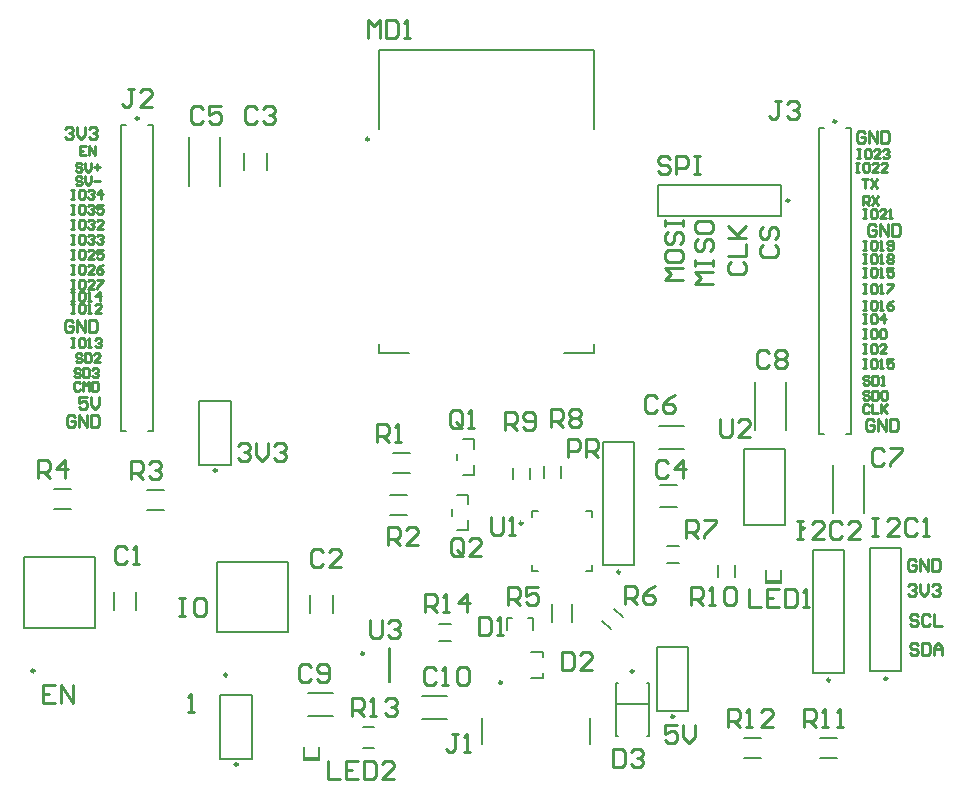
<source format=gto>
G04*
G04 #@! TF.GenerationSoftware,Altium Limited,Altium Designer,23.1.1 (15)*
G04*
G04 Layer_Color=65535*
%FSLAX44Y44*%
%MOMM*%
G71*
G04*
G04 #@! TF.SameCoordinates,DF347086-9161-46D8-984A-1B3E043AF996*
G04*
G04*
G04 #@! TF.FilePolarity,Positive*
G04*
G01*
G75*
%ADD10C,0.2500*%
%ADD11C,0.2000*%
%ADD12C,0.2540*%
%ADD13R,1.3000X0.2040*%
D10*
X812780Y351920D02*
G03*
X812780Y351920I-1250J0D01*
G01*
X584454Y366980D02*
G03*
X584454Y366980I-1250J0D01*
G01*
X477500Y273050D02*
G03*
X477500Y273050I-1250J0D01*
G01*
X1027410Y345810D02*
G03*
X1027410Y345810I-1250J0D01*
G01*
X979150Y344540D02*
G03*
X979150Y344540I-1250J0D01*
G01*
X718590Y477280D02*
G03*
X718590Y477280I-1250J0D01*
G01*
X459720Y521970D02*
G03*
X459720Y521970I-1250J0D01*
G01*
X305500Y352300D02*
G03*
X305500Y352300I-1250J0D01*
G01*
X468610Y348820D02*
G03*
X468610Y348820I-1250J0D01*
G01*
X801350Y435980D02*
G03*
X801350Y435980I-1250J0D01*
G01*
X957490Y473000D02*
G03*
X957490Y473000I-1250J0D01*
G01*
X984230Y817490D02*
G03*
X984230Y817490I-1250J0D01*
G01*
X944490Y750570D02*
G03*
X944490Y750570I-1250J0D01*
G01*
X393680Y820030D02*
G03*
X393680Y820030I-1250J0D01*
G01*
X847070Y313690D02*
G03*
X847070Y313690I-1250J0D01*
G01*
X701300Y342470D02*
G03*
X701300Y342470I-1250J0D01*
G01*
X588630Y802400D02*
G03*
X588630Y802400I-1250J0D01*
G01*
D11*
X840820Y457850D02*
X850820D01*
X840820Y443850D02*
X850820D01*
X825480Y297420D02*
Y342420D01*
X797580Y297420D02*
X799380D01*
X823680D02*
X825480D01*
X797580D02*
Y342420D01*
X799380D01*
X823680D02*
X825480D01*
X798230Y323920D02*
X824830D01*
X606587Y342980D02*
Y371980D01*
X605529Y342980D02*
X606587D01*
X605529D02*
Y371980D01*
X606587D01*
X633421Y330841D02*
X654359D01*
X633421Y311779D02*
X654359D01*
X536901Y314319D02*
X557839D01*
X536901Y333381D02*
X557839D01*
X583276Y304701D02*
X592744D01*
X583276Y287119D02*
X592744D01*
X533250Y276940D02*
Y287940D01*
X546250Y276940D02*
Y287940D01*
X533250Y276940D02*
X546250D01*
X462900Y277500D02*
X489600D01*
Y332100D01*
X462900D02*
X489600D01*
X462900Y277500D02*
Y332100D01*
X1013060Y351810D02*
Y455910D01*
X1039260D01*
Y351810D02*
Y455910D01*
X1013060Y351810D02*
X1039260D01*
X647780Y377810D02*
X657780D01*
X647780Y391810D02*
X657780D01*
X834760Y490880D02*
X849260D01*
X834760Y509880D02*
X849260D01*
X964800Y350540D02*
X991000D01*
Y454640D01*
X964800D02*
X991000D01*
X964800Y350540D02*
Y454640D01*
X663190Y501410D02*
X672540D01*
Y471410D02*
Y479660D01*
Y493160D02*
Y501410D01*
X663190Y471410D02*
X672540D01*
X658540Y483660D02*
Y489160D01*
X606160Y501260D02*
X620660D01*
X606160Y484260D02*
X620660D01*
X726340Y487780D02*
X731590D01*
X772090D02*
X777340D01*
Y436780D02*
Y442030D01*
Y482530D02*
Y487780D01*
X726340Y436780D02*
X731590D01*
X772090D02*
X777340D01*
X726340D02*
Y442030D01*
Y482530D02*
Y487780D01*
X705280Y387140D02*
Y396640D01*
X723030D02*
X727280D01*
X705280D02*
X709530D01*
X727280Y387140D02*
Y396640D01*
X924410Y426800D02*
Y437800D01*
X937410Y426800D02*
Y437800D01*
X924410Y426800D02*
X937410D01*
X970650Y295520D02*
X985150D01*
X970650Y278520D02*
X985150D01*
X905880Y295520D02*
X920380D01*
X905880Y278520D02*
X920380D01*
X726230Y367870D02*
X735730D01*
Y345870D02*
Y350120D01*
Y363620D02*
Y367870D01*
X726230Y345870D02*
X735730D01*
X743340Y394070D02*
Y408570D01*
X760340Y394070D02*
Y408570D01*
X751470Y515700D02*
Y525700D01*
X736970Y515700D02*
Y525700D01*
X710300Y514430D02*
Y524430D01*
X724800Y514430D02*
Y524430D01*
X668210Y548400D02*
X677560D01*
Y518400D02*
Y526650D01*
Y540150D02*
Y548400D01*
X668210Y518400D02*
X677560D01*
X663560Y530650D02*
Y536150D01*
X400420Y505070D02*
X414920D01*
X400420Y488070D02*
X414920D01*
X445120Y526420D02*
Y581020D01*
X471820D01*
Y526420D02*
Y581020D01*
X445120Y526420D02*
X471820D01*
X321680Y489340D02*
X336180D01*
X321680Y506340D02*
X336180D01*
X372770Y404230D02*
Y418730D01*
X391770Y404230D02*
Y418730D01*
X296750Y388300D02*
Y448300D01*
X356750D01*
Y388300D02*
Y448300D01*
X296750Y388300D02*
X356750D01*
X459860Y384820D02*
Y444820D01*
X519860D01*
Y384820D02*
Y444820D01*
X459860Y384820D02*
X519860D01*
X787000Y441980D02*
X813200D01*
Y546080D01*
X787000D02*
X813200D01*
X787000Y441980D02*
Y546080D01*
X834081Y540379D02*
X855019D01*
X834081Y559441D02*
X855019D01*
X915339Y556049D02*
Y597111D01*
X941401Y556049D02*
Y597111D01*
X905765Y475475D02*
X940815D01*
X905765D02*
Y540525D01*
X940815D01*
Y475475D02*
Y540525D01*
X981379Y485868D02*
Y526930D01*
X1007441Y485868D02*
Y526930D01*
X992330Y811490D02*
X996680D01*
X969280D02*
X973630D01*
X969280Y552490D02*
Y811490D01*
X992330Y552490D02*
X996680D01*
X969280D02*
X973630D01*
X996680D02*
Y811490D01*
X833140Y737470D02*
X937240D01*
X833140D02*
Y763670D01*
X937240D01*
Y737470D02*
Y763670D01*
X483260Y776340D02*
Y790840D01*
X502260Y776340D02*
Y790840D01*
X462611Y763059D02*
Y804121D01*
X436549Y763059D02*
Y804121D01*
X406130Y555030D02*
Y814030D01*
X378730Y555030D02*
X383080D01*
X401780D02*
X406130D01*
X378730D02*
Y814030D01*
X383080D01*
X401780D02*
X406130D01*
X832470Y318140D02*
X859170D01*
Y372740D01*
X832470D02*
X859170D01*
X832470Y318140D02*
Y372740D01*
X539140Y401690D02*
Y416190D01*
X558140Y401690D02*
Y416190D01*
X608700Y536820D02*
X623200D01*
X608700Y519820D02*
X623200D01*
X884290Y431880D02*
Y441880D01*
X898790Y431880D02*
Y441880D01*
X796527Y404986D02*
X803598Y397915D01*
X786274Y394733D02*
X793345Y387662D01*
X684550Y290370D02*
Y312370D01*
X775950Y290370D02*
Y312370D01*
X597380Y878050D02*
X778880D01*
Y621550D02*
Y629050D01*
Y810650D02*
Y878050D01*
X597380Y621550D02*
X622780D01*
X753580D02*
X778880D01*
X597380D02*
Y629050D01*
Y810650D02*
Y878050D01*
D12*
X1002030Y793747D02*
X1004569D01*
X1003300D01*
Y786130D01*
X1002030D01*
X1004569D01*
X1012187Y793747D02*
X1009648D01*
X1008378Y792478D01*
Y787400D01*
X1009648Y786130D01*
X1012187D01*
X1013456Y787400D01*
Y792478D01*
X1012187Y793747D01*
X1021074Y786130D02*
X1015995D01*
X1021074Y791208D01*
Y792478D01*
X1019804Y793747D01*
X1017265D01*
X1015995Y792478D01*
X1023613D02*
X1024883Y793747D01*
X1027422D01*
X1028691Y792478D01*
Y791208D01*
X1027422Y789939D01*
X1026152D01*
X1027422D01*
X1028691Y788669D01*
Y787400D01*
X1027422Y786130D01*
X1024883D01*
X1023613Y787400D01*
X1007110Y742947D02*
X1009649D01*
X1008380D01*
Y735330D01*
X1007110D01*
X1009649D01*
X1017267Y742947D02*
X1014727D01*
X1013458Y741678D01*
Y736600D01*
X1014727Y735330D01*
X1017267D01*
X1018536Y736600D01*
Y741678D01*
X1017267Y742947D01*
X1026154Y735330D02*
X1021076D01*
X1026154Y740408D01*
Y741678D01*
X1024884Y742947D01*
X1022345D01*
X1021076Y741678D01*
X1028693Y735330D02*
X1031232D01*
X1029963D01*
Y742947D01*
X1028693Y741678D01*
X336550Y633727D02*
X339089D01*
X337820D01*
Y626110D01*
X336550D01*
X339089D01*
X346707Y633727D02*
X344168D01*
X342898Y632458D01*
Y627380D01*
X344168Y626110D01*
X346707D01*
X347976Y627380D01*
Y632458D01*
X346707Y633727D01*
X350516Y626110D02*
X353055D01*
X351785D01*
Y633727D01*
X350516Y632458D01*
X356863D02*
X358133Y633727D01*
X360672D01*
X361942Y632458D01*
Y631188D01*
X360672Y629919D01*
X359403D01*
X360672D01*
X361942Y628649D01*
Y627380D01*
X360672Y626110D01*
X358133D01*
X356863Y627380D01*
X331470Y811104D02*
X333163Y812797D01*
X336548D01*
X338241Y811104D01*
Y809411D01*
X336548Y807718D01*
X334856D01*
X336548D01*
X338241Y806026D01*
Y804333D01*
X336548Y802640D01*
X333163D01*
X331470Y804333D01*
X341627Y812797D02*
Y806026D01*
X345012Y802640D01*
X348398Y806026D01*
Y812797D01*
X351783Y811104D02*
X353476Y812797D01*
X356862D01*
X358555Y811104D01*
Y809411D01*
X356862Y807718D01*
X355169D01*
X356862D01*
X358555Y806026D01*
Y804333D01*
X356862Y802640D01*
X353476D01*
X351783Y804333D01*
X1016421Y563454D02*
X1014728Y565147D01*
X1011343D01*
X1009650Y563454D01*
Y556683D01*
X1011343Y554990D01*
X1014728D01*
X1016421Y556683D01*
Y560068D01*
X1013036D01*
X1019807Y554990D02*
Y565147D01*
X1026578Y554990D01*
Y565147D01*
X1029963D02*
Y554990D01*
X1035042D01*
X1036735Y556683D01*
Y563454D01*
X1035042Y565147D01*
X1029963D01*
X344168Y595628D02*
X342899Y596898D01*
X340360D01*
X339090Y595628D01*
Y590550D01*
X340360Y589280D01*
X342899D01*
X344168Y590550D01*
X346707Y589280D02*
Y596898D01*
X349247Y594358D01*
X351786Y596898D01*
Y589280D01*
X354325Y596898D02*
Y589280D01*
X358134D01*
X359403Y590550D01*
Y595628D01*
X358134Y596898D01*
X354325D01*
X345438Y781048D02*
X344169Y782318D01*
X341630D01*
X340360Y781048D01*
Y779778D01*
X341630Y778509D01*
X344169D01*
X345438Y777239D01*
Y775970D01*
X344169Y774700D01*
X341630D01*
X340360Y775970D01*
X347977Y782318D02*
Y777239D01*
X350517Y774700D01*
X353056Y777239D01*
Y782318D01*
X355595Y778509D02*
X360673D01*
X358134Y781048D02*
Y775970D01*
X1007110Y628647D02*
X1009649D01*
X1008380D01*
Y621030D01*
X1007110D01*
X1009649D01*
X1017267Y628647D02*
X1014727D01*
X1013458Y627378D01*
Y622300D01*
X1014727Y621030D01*
X1017267D01*
X1018536Y622300D01*
Y627378D01*
X1017267Y628647D01*
X1026154Y621030D02*
X1021076D01*
X1026154Y626108D01*
Y627378D01*
X1024884Y628647D01*
X1022345D01*
X1021076Y627378D01*
X345438Y769618D02*
X344169Y770888D01*
X341630D01*
X340360Y769618D01*
Y768348D01*
X341630Y767079D01*
X344169D01*
X345438Y765809D01*
Y764540D01*
X344169Y763270D01*
X341630D01*
X340360Y764540D01*
X347977Y770888D02*
Y765809D01*
X350517Y763270D01*
X353056Y765809D01*
Y770888D01*
X355595Y767079D02*
X360673D01*
X1012188Y576578D02*
X1010919Y577848D01*
X1008380D01*
X1007110Y576578D01*
Y571500D01*
X1008380Y570230D01*
X1010919D01*
X1012188Y571500D01*
X1014727Y577848D02*
Y570230D01*
X1019806D01*
X1022345Y577848D02*
Y570230D01*
Y572769D01*
X1027423Y577848D01*
X1023615Y574039D01*
X1027423Y570230D01*
X1017691Y728554D02*
X1015998Y730247D01*
X1012613D01*
X1010920Y728554D01*
Y721783D01*
X1012613Y720090D01*
X1015998D01*
X1017691Y721783D01*
Y725168D01*
X1014306D01*
X1021077Y720090D02*
Y730247D01*
X1027848Y720090D01*
Y730247D01*
X1031233D02*
Y720090D01*
X1036312D01*
X1038005Y721783D01*
Y728554D01*
X1036312Y730247D01*
X1031233D01*
X336550Y746758D02*
X339089D01*
X337820D01*
Y739140D01*
X336550D01*
X339089D01*
X346707Y746758D02*
X344168D01*
X342898Y745488D01*
Y740410D01*
X344168Y739140D01*
X346707D01*
X347976Y740410D01*
Y745488D01*
X346707Y746758D01*
X350516Y745488D02*
X351785Y746758D01*
X354324D01*
X355594Y745488D01*
Y744218D01*
X354324Y742949D01*
X353055D01*
X354324D01*
X355594Y741679D01*
Y740410D01*
X354324Y739140D01*
X351785D01*
X350516Y740410D01*
X363211Y746758D02*
X358133D01*
Y742949D01*
X360672Y744218D01*
X361942D01*
X363211Y742949D01*
Y740410D01*
X361942Y739140D01*
X359403D01*
X358133Y740410D01*
X1000760Y782318D02*
X1003299D01*
X1002030D01*
Y774700D01*
X1000760D01*
X1003299D01*
X1010917Y782318D02*
X1008378D01*
X1007108Y781048D01*
Y775970D01*
X1008378Y774700D01*
X1010917D01*
X1012186Y775970D01*
Y781048D01*
X1010917Y782318D01*
X1019804Y774700D02*
X1014725D01*
X1019804Y779778D01*
Y781048D01*
X1018534Y782318D01*
X1015995D01*
X1014725Y781048D01*
X1027421Y774700D02*
X1022343D01*
X1027421Y779778D01*
Y781048D01*
X1026152Y782318D01*
X1023613D01*
X1022343Y781048D01*
X344168Y607058D02*
X342899Y608327D01*
X340360D01*
X339090Y607058D01*
Y605788D01*
X340360Y604519D01*
X342899D01*
X344168Y603249D01*
Y601980D01*
X342899Y600710D01*
X340360D01*
X339090Y601980D01*
X346707Y608327D02*
Y600710D01*
X350516D01*
X351786Y601980D01*
Y607058D01*
X350516Y608327D01*
X346707D01*
X354325Y607058D02*
X355595Y608327D01*
X358134D01*
X359403Y607058D01*
Y605788D01*
X358134Y604519D01*
X356864D01*
X358134D01*
X359403Y603249D01*
Y601980D01*
X358134Y600710D01*
X355595D01*
X354325Y601980D01*
X1007110Y693418D02*
X1009649D01*
X1008380D01*
Y685800D01*
X1007110D01*
X1009649D01*
X1017267Y693418D02*
X1014727D01*
X1013458Y692148D01*
Y687070D01*
X1014727Y685800D01*
X1017267D01*
X1018536Y687070D01*
Y692148D01*
X1017267Y693418D01*
X1021076Y685800D02*
X1023615D01*
X1022345D01*
Y693418D01*
X1021076Y692148D01*
X1032502Y693418D02*
X1027423D01*
Y689609D01*
X1029963Y690878D01*
X1031232D01*
X1032502Y689609D01*
Y687070D01*
X1031232Y685800D01*
X1028693D01*
X1027423Y687070D01*
X349248Y796288D02*
X344170D01*
Y788670D01*
X349248D01*
X344170Y792479D02*
X346709D01*
X351787Y788670D02*
Y796288D01*
X356866Y788670D01*
Y796288D01*
X1012188Y588008D02*
X1010919Y589277D01*
X1008380D01*
X1007110Y588008D01*
Y586738D01*
X1008380Y585469D01*
X1010919D01*
X1012188Y584199D01*
Y582930D01*
X1010919Y581660D01*
X1008380D01*
X1007110Y582930D01*
X1014727Y589277D02*
Y581660D01*
X1018536D01*
X1019806Y582930D01*
Y588008D01*
X1018536Y589277D01*
X1014727D01*
X1022345Y588008D02*
X1023615Y589277D01*
X1026154D01*
X1027423Y588008D01*
Y582930D01*
X1026154Y581660D01*
X1023615D01*
X1022345Y582930D01*
Y588008D01*
X1007110Y704847D02*
X1009649D01*
X1008380D01*
Y697230D01*
X1007110D01*
X1009649D01*
X1017267Y704847D02*
X1014727D01*
X1013458Y703578D01*
Y698500D01*
X1014727Y697230D01*
X1017267D01*
X1018536Y698500D01*
Y703578D01*
X1017267Y704847D01*
X1021076Y697230D02*
X1023615D01*
X1022345D01*
Y704847D01*
X1021076Y703578D01*
X1027423D02*
X1028693Y704847D01*
X1031232D01*
X1032502Y703578D01*
Y702308D01*
X1031232Y701039D01*
X1032502Y699769D01*
Y698500D01*
X1031232Y697230D01*
X1028693D01*
X1027423Y698500D01*
Y699769D01*
X1028693Y701039D01*
X1027423Y702308D01*
Y703578D01*
X1028693Y701039D02*
X1031232D01*
X336550Y721357D02*
X339089D01*
X337820D01*
Y713740D01*
X336550D01*
X339089D01*
X346707Y721357D02*
X344168D01*
X342898Y720088D01*
Y715010D01*
X344168Y713740D01*
X346707D01*
X347976Y715010D01*
Y720088D01*
X346707Y721357D01*
X350516Y720088D02*
X351785Y721357D01*
X354324D01*
X355594Y720088D01*
Y718818D01*
X354324Y717549D01*
X353055D01*
X354324D01*
X355594Y716279D01*
Y715010D01*
X354324Y713740D01*
X351785D01*
X350516Y715010D01*
X358133Y720088D02*
X359403Y721357D01*
X361942D01*
X363211Y720088D01*
Y718818D01*
X361942Y717549D01*
X360672D01*
X361942D01*
X363211Y716279D01*
Y715010D01*
X361942Y713740D01*
X359403D01*
X358133Y715010D01*
X336550Y708658D02*
X339089D01*
X337820D01*
Y701040D01*
X336550D01*
X339089D01*
X346707Y708658D02*
X344168D01*
X342898Y707388D01*
Y702310D01*
X344168Y701040D01*
X346707D01*
X347976Y702310D01*
Y707388D01*
X346707Y708658D01*
X355594Y701040D02*
X350516D01*
X355594Y706118D01*
Y707388D01*
X354324Y708658D01*
X351785D01*
X350516Y707388D01*
X363211Y708658D02*
X358133D01*
Y704849D01*
X360672Y706118D01*
X361942D01*
X363211Y704849D01*
Y702310D01*
X361942Y701040D01*
X359403D01*
X358133Y702310D01*
X1007110Y679447D02*
X1009649D01*
X1008380D01*
Y671830D01*
X1007110D01*
X1009649D01*
X1017267Y679447D02*
X1014727D01*
X1013458Y678178D01*
Y673100D01*
X1014727Y671830D01*
X1017267D01*
X1018536Y673100D01*
Y678178D01*
X1017267Y679447D01*
X1021076Y671830D02*
X1023615D01*
X1022345D01*
Y679447D01*
X1021076Y678178D01*
X1027423Y679447D02*
X1032502D01*
Y678178D01*
X1027423Y673100D01*
Y671830D01*
X1012188Y600708D02*
X1010919Y601978D01*
X1008380D01*
X1007110Y600708D01*
Y599438D01*
X1008380Y598169D01*
X1010919D01*
X1012188Y596899D01*
Y595630D01*
X1010919Y594360D01*
X1008380D01*
X1007110Y595630D01*
X1014727Y601978D02*
Y594360D01*
X1018536D01*
X1019806Y595630D01*
Y600708D01*
X1018536Y601978D01*
X1014727D01*
X1022345Y594360D02*
X1024884D01*
X1023615D01*
Y601978D01*
X1022345Y600708D01*
X339511Y567264D02*
X337818Y568957D01*
X334433D01*
X332740Y567264D01*
Y560493D01*
X334433Y558800D01*
X337818D01*
X339511Y560493D01*
Y563878D01*
X336126D01*
X342897Y558800D02*
Y568957D01*
X349668Y558800D01*
Y568957D01*
X353053D02*
Y558800D01*
X358132D01*
X359825Y560493D01*
Y567264D01*
X358132Y568957D01*
X353053D01*
X1007110Y716277D02*
X1009649D01*
X1008380D01*
Y708660D01*
X1007110D01*
X1009649D01*
X1017267Y716277D02*
X1014727D01*
X1013458Y715008D01*
Y709930D01*
X1014727Y708660D01*
X1017267D01*
X1018536Y709930D01*
Y715008D01*
X1017267Y716277D01*
X1021076Y708660D02*
X1023615D01*
X1022345D01*
Y716277D01*
X1021076Y715008D01*
X1027423Y709930D02*
X1028693Y708660D01*
X1031232D01*
X1032502Y709930D01*
Y715008D01*
X1031232Y716277D01*
X1028693D01*
X1027423Y715008D01*
Y713738D01*
X1028693Y712469D01*
X1032502D01*
X1007110Y665478D02*
X1009649D01*
X1008380D01*
Y657860D01*
X1007110D01*
X1009649D01*
X1017267Y665478D02*
X1014727D01*
X1013458Y664208D01*
Y659130D01*
X1014727Y657860D01*
X1017267D01*
X1018536Y659130D01*
Y664208D01*
X1017267Y665478D01*
X1021076Y657860D02*
X1023615D01*
X1022345D01*
Y665478D01*
X1021076Y664208D01*
X1032502Y665478D02*
X1029963Y664208D01*
X1027423Y661669D01*
Y659130D01*
X1028693Y657860D01*
X1031232D01*
X1032502Y659130D01*
Y660399D01*
X1031232Y661669D01*
X1027423D01*
X1045210Y423754D02*
X1046903Y425447D01*
X1050288D01*
X1051981Y423754D01*
Y422061D01*
X1050288Y420368D01*
X1048596D01*
X1050288D01*
X1051981Y418676D01*
Y416983D01*
X1050288Y415290D01*
X1046903D01*
X1045210Y416983D01*
X1055367Y425447D02*
Y418676D01*
X1058752Y415290D01*
X1062138Y418676D01*
Y425447D01*
X1065523Y423754D02*
X1067216Y425447D01*
X1070602D01*
X1072295Y423754D01*
Y422061D01*
X1070602Y420368D01*
X1068909D01*
X1070602D01*
X1072295Y418676D01*
Y416983D01*
X1070602Y415290D01*
X1067216D01*
X1065523Y416983D01*
X1007110Y615947D02*
X1009649D01*
X1008380D01*
Y608330D01*
X1007110D01*
X1009649D01*
X1017267Y615947D02*
X1014727D01*
X1013458Y614678D01*
Y609600D01*
X1014727Y608330D01*
X1017267D01*
X1018536Y609600D01*
Y614678D01*
X1017267Y615947D01*
X1021076Y608330D02*
X1023615D01*
X1022345D01*
Y615947D01*
X1021076Y614678D01*
X1032502Y615947D02*
X1027423D01*
Y612139D01*
X1029963Y613408D01*
X1031232D01*
X1032502Y612139D01*
Y609600D01*
X1031232Y608330D01*
X1028693D01*
X1027423Y609600D01*
X345438Y619758D02*
X344169Y621027D01*
X341630D01*
X340360Y619758D01*
Y618488D01*
X341630Y617219D01*
X344169D01*
X345438Y615949D01*
Y614680D01*
X344169Y613410D01*
X341630D01*
X340360Y614680D01*
X347977Y621027D02*
Y613410D01*
X351786D01*
X353056Y614680D01*
Y619758D01*
X351786Y621027D01*
X347977D01*
X360673Y613410D02*
X355595D01*
X360673Y618488D01*
Y619758D01*
X359404Y621027D01*
X356865D01*
X355595Y619758D01*
X336550Y662937D02*
X339089D01*
X337820D01*
Y655320D01*
X336550D01*
X339089D01*
X346707Y662937D02*
X344168D01*
X342898Y661668D01*
Y656590D01*
X344168Y655320D01*
X346707D01*
X347976Y656590D01*
Y661668D01*
X346707Y662937D01*
X350516Y655320D02*
X353055D01*
X351785D01*
Y662937D01*
X350516Y661668D01*
X361942Y655320D02*
X356863D01*
X361942Y660398D01*
Y661668D01*
X360672Y662937D01*
X358133D01*
X356863Y661668D01*
X1008801Y807294D02*
X1007108Y808987D01*
X1003723D01*
X1002030Y807294D01*
Y800523D01*
X1003723Y798830D01*
X1007108D01*
X1008801Y800523D01*
Y803908D01*
X1005416D01*
X1012187Y798830D02*
Y808987D01*
X1018958Y798830D01*
Y808987D01*
X1022343D02*
Y798830D01*
X1027422D01*
X1029115Y800523D01*
Y807294D01*
X1027422Y808987D01*
X1022343D01*
X1051981Y445344D02*
X1050288Y447037D01*
X1046903D01*
X1045210Y445344D01*
Y438573D01*
X1046903Y436880D01*
X1050288D01*
X1051981Y438573D01*
Y441958D01*
X1048596D01*
X1055367Y436880D02*
Y447037D01*
X1062138Y436880D01*
Y447037D01*
X1065523D02*
Y436880D01*
X1070602D01*
X1072295Y438573D01*
Y445344D01*
X1070602Y447037D01*
X1065523D01*
X336550Y734057D02*
X339089D01*
X337820D01*
Y726440D01*
X336550D01*
X339089D01*
X346707Y734057D02*
X344168D01*
X342898Y732788D01*
Y727710D01*
X344168Y726440D01*
X346707D01*
X347976Y727710D01*
Y732788D01*
X346707Y734057D01*
X350516Y732788D02*
X351785Y734057D01*
X354324D01*
X355594Y732788D01*
Y731518D01*
X354324Y730249D01*
X353055D01*
X354324D01*
X355594Y728979D01*
Y727710D01*
X354324Y726440D01*
X351785D01*
X350516Y727710D01*
X363211Y726440D02*
X358133D01*
X363211Y731518D01*
Y732788D01*
X361942Y734057D01*
X359403D01*
X358133Y732788D01*
X1007110Y654047D02*
X1009649D01*
X1008380D01*
Y646430D01*
X1007110D01*
X1009649D01*
X1017267Y654047D02*
X1014727D01*
X1013458Y652778D01*
Y647700D01*
X1014727Y646430D01*
X1017267D01*
X1018536Y647700D01*
Y652778D01*
X1017267Y654047D01*
X1024884Y646430D02*
Y654047D01*
X1021076Y650239D01*
X1026154D01*
X336550Y695957D02*
X339089D01*
X337820D01*
Y688340D01*
X336550D01*
X339089D01*
X346707Y695957D02*
X344168D01*
X342898Y694688D01*
Y689610D01*
X344168Y688340D01*
X346707D01*
X347976Y689610D01*
Y694688D01*
X346707Y695957D01*
X355594Y688340D02*
X350516D01*
X355594Y693418D01*
Y694688D01*
X354324Y695957D01*
X351785D01*
X350516Y694688D01*
X363211Y695957D02*
X360672Y694688D01*
X358133Y692149D01*
Y689610D01*
X359403Y688340D01*
X361942D01*
X363211Y689610D01*
Y690879D01*
X361942Y692149D01*
X358133D01*
X336550Y673098D02*
X339089D01*
X337820D01*
Y665480D01*
X336550D01*
X339089D01*
X346707Y673098D02*
X344168D01*
X342898Y671828D01*
Y666750D01*
X344168Y665480D01*
X346707D01*
X347976Y666750D01*
Y671828D01*
X346707Y673098D01*
X350516Y665480D02*
X353055D01*
X351785D01*
Y673098D01*
X350516Y671828D01*
X360672Y665480D02*
Y673098D01*
X356863Y669289D01*
X361942D01*
X338241Y647274D02*
X336548Y648967D01*
X333163D01*
X331470Y647274D01*
Y640503D01*
X333163Y638810D01*
X336548D01*
X338241Y640503D01*
Y643888D01*
X334856D01*
X341627Y638810D02*
Y648967D01*
X348398Y638810D01*
Y648967D01*
X351783D02*
Y638810D01*
X356862D01*
X358555Y640503D01*
Y647274D01*
X356862Y648967D01*
X351783D01*
X336550Y759457D02*
X339089D01*
X337820D01*
Y751840D01*
X336550D01*
X339089D01*
X346707Y759457D02*
X344168D01*
X342898Y758188D01*
Y753110D01*
X344168Y751840D01*
X346707D01*
X347976Y753110D01*
Y758188D01*
X346707Y759457D01*
X350516Y758188D02*
X351785Y759457D01*
X354324D01*
X355594Y758188D01*
Y756918D01*
X354324Y755649D01*
X353055D01*
X354324D01*
X355594Y754379D01*
Y753110D01*
X354324Y751840D01*
X351785D01*
X350516Y753110D01*
X361942Y751840D02*
Y759457D01*
X358133Y755649D01*
X363211D01*
X336550Y683258D02*
X339089D01*
X337820D01*
Y675640D01*
X336550D01*
X339089D01*
X346707Y683258D02*
X344168D01*
X342898Y681988D01*
Y676910D01*
X344168Y675640D01*
X346707D01*
X347976Y676910D01*
Y681988D01*
X346707Y683258D01*
X355594Y675640D02*
X350516D01*
X355594Y680718D01*
Y681988D01*
X354324Y683258D01*
X351785D01*
X350516Y681988D01*
X358133Y683258D02*
X363211D01*
Y681988D01*
X358133Y676910D01*
Y675640D01*
X1007110Y746760D02*
Y754378D01*
X1010919D01*
X1012188Y753108D01*
Y750569D01*
X1010919Y749299D01*
X1007110D01*
X1009649D02*
X1012188Y746760D01*
X1014727Y754378D02*
X1019806Y746760D01*
Y754378D02*
X1014727Y746760D01*
X1005840Y768347D02*
X1010918D01*
X1008379D01*
Y760730D01*
X1013457Y768347D02*
X1018536Y760730D01*
Y768347D02*
X1013457Y760730D01*
X1007110Y641348D02*
X1009649D01*
X1008380D01*
Y633730D01*
X1007110D01*
X1009649D01*
X1017267Y641348D02*
X1014727D01*
X1013458Y640078D01*
Y635000D01*
X1014727Y633730D01*
X1017267D01*
X1018536Y635000D01*
Y640078D01*
X1017267Y641348D01*
X1021076Y640078D02*
X1022345Y641348D01*
X1024884D01*
X1026154Y640078D01*
Y635000D01*
X1024884Y633730D01*
X1022345D01*
X1021076Y635000D01*
Y640078D01*
X349668Y584197D02*
X342897D01*
Y579118D01*
X346282Y580811D01*
X347975D01*
X349668Y579118D01*
Y575733D01*
X347975Y574040D01*
X344590D01*
X342897Y575733D01*
X353053Y584197D02*
Y577426D01*
X356439Y574040D01*
X359825Y577426D01*
Y584197D01*
X857254Y464823D02*
Y480057D01*
X864872D01*
X867411Y477518D01*
Y472440D01*
X864872Y469901D01*
X857254D01*
X862333D02*
X867411Y464823D01*
X872489Y480057D02*
X882646D01*
Y477518D01*
X872489Y467362D01*
Y464823D01*
X854710Y683260D02*
X839475D01*
X844553Y688338D01*
X839475Y693417D01*
X854710D01*
X839475Y706113D02*
Y701034D01*
X842014Y698495D01*
X852171D01*
X854710Y701034D01*
Y706113D01*
X852171Y708652D01*
X842014D01*
X839475Y706113D01*
X842014Y723887D02*
X839475Y721348D01*
Y716269D01*
X842014Y713730D01*
X844553D01*
X847093Y716269D01*
Y721348D01*
X849632Y723887D01*
X852171D01*
X854710Y721348D01*
Y716269D01*
X852171Y713730D01*
X839475Y728965D02*
Y734044D01*
Y731504D01*
X854710D01*
Y728965D01*
Y734044D01*
X895354Y698497D02*
X892815Y695957D01*
Y690879D01*
X895354Y688340D01*
X905511D01*
X908050Y690879D01*
Y695957D01*
X905511Y698497D01*
X892815Y703575D02*
X908050D01*
Y713732D01*
X892815Y718810D02*
X908050D01*
X902972D01*
X892815Y728967D01*
X900433Y721349D01*
X908050Y728967D01*
X880110Y679450D02*
X864875D01*
X869953Y684528D01*
X864875Y689607D01*
X880110D01*
X864875Y694685D02*
Y699763D01*
Y697224D01*
X880110D01*
Y694685D01*
Y699763D01*
X867414Y717538D02*
X864875Y714998D01*
Y709920D01*
X867414Y707381D01*
X869953D01*
X872493Y709920D01*
Y714998D01*
X875032Y717538D01*
X877571D01*
X880110Y714998D01*
Y709920D01*
X877571Y707381D01*
X864875Y730234D02*
Y725155D01*
X867414Y722616D01*
X877571D01*
X880110Y725155D01*
Y730234D01*
X877571Y732773D01*
X867414D01*
X864875Y730234D01*
X922024Y712467D02*
X919485Y709928D01*
Y704849D01*
X922024Y702310D01*
X932181D01*
X934720Y704849D01*
Y709928D01*
X932181Y712467D01*
X922024Y727702D02*
X919485Y725163D01*
Y720084D01*
X922024Y717545D01*
X924563D01*
X927102Y720084D01*
Y725163D01*
X929642Y727702D01*
X932181D01*
X934720Y725163D01*
Y720084D01*
X932181Y717545D01*
X1053251Y398354D02*
X1051558Y400047D01*
X1048173D01*
X1046480Y398354D01*
Y396661D01*
X1048173Y394968D01*
X1051558D01*
X1053251Y393276D01*
Y391583D01*
X1051558Y389890D01*
X1048173D01*
X1046480Y391583D01*
X1063408Y398354D02*
X1061715Y400047D01*
X1058329D01*
X1056637Y398354D01*
Y391583D01*
X1058329Y389890D01*
X1061715D01*
X1063408Y391583D01*
X1066793Y400047D02*
Y389890D01*
X1073565D01*
X1053251Y374224D02*
X1051558Y375917D01*
X1048173D01*
X1046480Y374224D01*
Y372531D01*
X1048173Y370838D01*
X1051558D01*
X1053251Y369146D01*
Y367453D01*
X1051558Y365760D01*
X1048173D01*
X1046480Y367453D01*
X1056637Y375917D02*
Y365760D01*
X1061715D01*
X1063408Y367453D01*
Y374224D01*
X1061715Y375917D01*
X1056637D01*
X1066793Y365760D02*
Y372531D01*
X1070179Y375917D01*
X1073565Y372531D01*
Y365760D01*
Y370838D01*
X1066793D01*
X589284Y394967D02*
Y382272D01*
X591823Y379733D01*
X596902D01*
X599441Y382272D01*
Y394967D01*
X604519Y392428D02*
X607058Y394967D01*
X612137D01*
X614676Y392428D01*
Y389889D01*
X612137Y387350D01*
X609598D01*
X612137D01*
X614676Y384811D01*
Y382272D01*
X612137Y379733D01*
X607058D01*
X604519Y382272D01*
X636016Y402082D02*
Y417317D01*
X643633D01*
X646173Y414778D01*
Y409700D01*
X643633Y407160D01*
X636016D01*
X641094D02*
X646173Y402082D01*
X651251D02*
X656329D01*
X653790D01*
Y417317D01*
X651251Y414778D01*
X671564Y402082D02*
Y417317D01*
X663947Y409700D01*
X674104D01*
X574046Y313692D02*
Y328927D01*
X581664D01*
X584203Y326388D01*
Y321310D01*
X581664Y318771D01*
X574046D01*
X579124D02*
X584203Y313692D01*
X589281D02*
X594360D01*
X591820D01*
Y328927D01*
X589281Y326388D01*
X601977D02*
X604516Y328927D01*
X609595D01*
X612134Y326388D01*
Y323849D01*
X609595Y321310D01*
X607056D01*
X609595D01*
X612134Y318771D01*
Y316232D01*
X609595Y313692D01*
X604516D01*
X601977Y316232D01*
X553729Y275588D02*
Y260352D01*
X563886D01*
X579121Y275588D02*
X568964D01*
Y260352D01*
X579121D01*
X568964Y267970D02*
X574043D01*
X584199Y275588D02*
Y260352D01*
X591817D01*
X594356Y262892D01*
Y273048D01*
X591817Y275588D01*
X584199D01*
X609591Y260352D02*
X599434D01*
X609591Y270509D01*
Y273048D01*
X607052Y275588D01*
X601973D01*
X599434Y273048D01*
X795024Y285748D02*
Y270513D01*
X802642D01*
X805181Y273052D01*
Y283208D01*
X802642Y285748D01*
X795024D01*
X810259Y283208D02*
X812798Y285748D01*
X817877D01*
X820416Y283208D01*
Y280669D01*
X817877Y278130D01*
X815338D01*
X817877D01*
X820416Y275591D01*
Y273052D01*
X817877Y270513D01*
X812798D01*
X810259Y273052D01*
X645163Y353058D02*
X642624Y355597D01*
X637545D01*
X635006Y353058D01*
Y342902D01*
X637545Y340363D01*
X642624D01*
X645163Y342902D01*
X650241Y340363D02*
X655320D01*
X652780D01*
Y355597D01*
X650241Y353058D01*
X662937D02*
X665476Y355597D01*
X670555D01*
X673094Y353058D01*
Y342902D01*
X670555Y340363D01*
X665476D01*
X662937Y342902D01*
Y353058D01*
X539751Y355598D02*
X537212Y358138D01*
X532133D01*
X529594Y355598D01*
Y345442D01*
X532133Y342902D01*
X537212D01*
X539751Y345442D01*
X544829D02*
X547368Y342902D01*
X552447D01*
X554986Y345442D01*
Y355598D01*
X552447Y358138D01*
X547368D01*
X544829Y355598D01*
Y353059D01*
X547368Y350520D01*
X554986D01*
X435611Y317502D02*
X440689D01*
X438150D01*
Y332738D01*
X435611Y330198D01*
X951239Y478787D02*
X956317D01*
X953778D01*
Y463553D01*
X951239D01*
X956317D01*
X974091D02*
X963934D01*
X974091Y473709D01*
Y476248D01*
X971552Y478787D01*
X966474D01*
X963934Y476248D01*
X989326D02*
X986787Y478787D01*
X981709D01*
X979170Y476248D01*
Y466092D01*
X981709Y463553D01*
X986787D01*
X989326Y466092D01*
X1004561Y463553D02*
X994405D01*
X1004561Y473709D01*
Y476248D01*
X1002022Y478787D01*
X996944D01*
X994405Y476248D01*
X1014738Y481328D02*
X1019816D01*
X1017277D01*
Y466092D01*
X1014738D01*
X1019816D01*
X1037590D02*
X1027434D01*
X1037590Y476249D01*
Y478788D01*
X1035051Y481328D01*
X1029973D01*
X1027434Y478788D01*
X1052825D02*
X1050286Y481328D01*
X1045208D01*
X1042669Y478788D01*
Y468632D01*
X1045208Y466092D01*
X1050286D01*
X1052825Y468632D01*
X1057904Y466092D02*
X1062982D01*
X1060443D01*
Y481328D01*
X1057904Y478788D01*
X892556Y305054D02*
Y320289D01*
X900173D01*
X902713Y317750D01*
Y312672D01*
X900173Y310132D01*
X892556D01*
X897634D02*
X902713Y305054D01*
X907791D02*
X912869D01*
X910330D01*
Y320289D01*
X907791Y317750D01*
X930644Y305054D02*
X920487D01*
X930644Y315211D01*
Y317750D01*
X928104Y320289D01*
X923026D01*
X920487Y317750D01*
X957326Y305054D02*
Y320289D01*
X964943D01*
X967483Y317750D01*
Y312672D01*
X964943Y310132D01*
X957326D01*
X962404D02*
X967483Y305054D01*
X972561D02*
X977639D01*
X975100D01*
Y320289D01*
X972561Y317750D01*
X985257Y305054D02*
X990335D01*
X987796D01*
Y320289D01*
X985257Y317750D01*
X843785Y785872D02*
X841245Y788411D01*
X836167D01*
X833628Y785872D01*
Y783333D01*
X836167Y780794D01*
X841245D01*
X843785Y778254D01*
Y775715D01*
X841245Y773176D01*
X836167D01*
X833628Y775715D01*
X848863Y773176D02*
Y788411D01*
X856481D01*
X859020Y785872D01*
Y780794D01*
X856481Y778254D01*
X848863D01*
X864098Y788411D02*
X869176D01*
X866637D01*
Y773176D01*
X864098D01*
X869176D01*
X477527Y542288D02*
X480066Y544827D01*
X485144D01*
X487683Y542288D01*
Y539749D01*
X485144Y537210D01*
X482605D01*
X485144D01*
X487683Y534671D01*
Y532132D01*
X485144Y529593D01*
X480066D01*
X477527Y532132D01*
X492762Y544827D02*
Y534671D01*
X497840Y529593D01*
X502918Y534671D01*
Y544827D01*
X507997Y542288D02*
X510536Y544827D01*
X515614D01*
X518153Y542288D01*
Y539749D01*
X515614Y537210D01*
X513075D01*
X515614D01*
X518153Y534671D01*
Y532132D01*
X515614Y529593D01*
X510536D01*
X507997Y532132D01*
X742954Y558802D02*
Y574038D01*
X750572D01*
X753111Y571498D01*
Y566420D01*
X750572Y563881D01*
X742954D01*
X748033D02*
X753111Y558802D01*
X758189Y571498D02*
X760728Y574038D01*
X765807D01*
X768346Y571498D01*
Y568959D01*
X765807Y566420D01*
X768346Y563881D01*
Y561342D01*
X765807Y558802D01*
X760728D01*
X758189Y561342D01*
Y563881D01*
X760728Y566420D01*
X758189Y568959D01*
Y571498D01*
X760728Y566420D02*
X765807D01*
X756924Y533402D02*
Y548638D01*
X764542D01*
X767081Y546098D01*
Y541020D01*
X764542Y538481D01*
X756924D01*
X772159Y533402D02*
Y548638D01*
X779777D01*
X782316Y546098D01*
Y541020D01*
X779777Y538481D01*
X772159D01*
X777237D02*
X782316Y533402D01*
X849631Y306068D02*
X839474D01*
Y298450D01*
X844553Y300989D01*
X847092D01*
X849631Y298450D01*
Y293372D01*
X847092Y290833D01*
X842013D01*
X839474Y293372D01*
X854709Y306068D02*
Y295911D01*
X859788Y290833D01*
X864866Y295911D01*
Y306068D01*
X937261Y834388D02*
X932182D01*
X934722D01*
Y821692D01*
X932182Y819153D01*
X929643D01*
X927104Y821692D01*
X942339Y831848D02*
X944878Y834388D01*
X949957D01*
X952496Y831848D01*
Y829309D01*
X949957Y826770D01*
X947418D01*
X949957D01*
X952496Y824231D01*
Y821692D01*
X949957Y819153D01*
X944878D01*
X942339Y821692D01*
X389379Y845307D02*
X384300D01*
X386839D01*
Y832611D01*
X384300Y830072D01*
X381761D01*
X379222Y832611D01*
X404614Y830072D02*
X394457D01*
X404614Y840229D01*
Y842768D01*
X402075Y845307D01*
X396996D01*
X394457Y842768D01*
X927097Y621026D02*
X924557Y623565D01*
X919479D01*
X916940Y621026D01*
Y610869D01*
X919479Y608330D01*
X924557D01*
X927097Y610869D01*
X932175Y621026D02*
X934714Y623565D01*
X939793D01*
X942332Y621026D01*
Y618487D01*
X939793Y615947D01*
X942332Y613408D01*
Y610869D01*
X939793Y608330D01*
X934714D01*
X932175Y610869D01*
Y613408D01*
X934714Y615947D01*
X932175Y618487D01*
Y621026D01*
X934714Y615947D02*
X939793D01*
X1024891Y538478D02*
X1022352Y541017D01*
X1017273D01*
X1014734Y538478D01*
Y528322D01*
X1017273Y525783D01*
X1022352D01*
X1024891Y528322D01*
X1029969Y541017D02*
X1040126D01*
Y538478D01*
X1029969Y528322D01*
Y525783D01*
X832609Y583180D02*
X830070Y585719D01*
X824991D01*
X822452Y583180D01*
Y573023D01*
X824991Y570484D01*
X830070D01*
X832609Y573023D01*
X847844Y585719D02*
X842765Y583180D01*
X837687Y578102D01*
Y573023D01*
X840226Y570484D01*
X845305D01*
X847844Y573023D01*
Y575562D01*
X845305Y578102D01*
X837687D01*
X885952Y565399D02*
Y552703D01*
X888491Y550164D01*
X893569D01*
X896109Y552703D01*
Y565399D01*
X911344Y550164D02*
X901187D01*
X911344Y560321D01*
Y562860D01*
X908805Y565399D01*
X903726D01*
X901187Y562860D01*
X861066Y407673D02*
Y422907D01*
X868684D01*
X871223Y420368D01*
Y415290D01*
X868684Y412751D01*
X861066D01*
X866144D02*
X871223Y407673D01*
X876301D02*
X881380D01*
X878840D01*
Y422907D01*
X876301Y420368D01*
X888997D02*
X891536Y422907D01*
X896615D01*
X899154Y420368D01*
Y410212D01*
X896615Y407673D01*
X891536D01*
X888997Y410212D01*
Y420368D01*
X910598Y421637D02*
Y406403D01*
X920755D01*
X935990Y421637D02*
X925833D01*
Y406403D01*
X935990D01*
X925833Y414020D02*
X930912D01*
X941068Y421637D02*
Y406403D01*
X948686D01*
X951225Y408942D01*
Y419098D01*
X948686Y421637D01*
X941068D01*
X956303Y406403D02*
X961382D01*
X958843D01*
Y421637D01*
X956303Y419098D01*
X448307Y828036D02*
X445768Y830575D01*
X440689D01*
X438150Y828036D01*
Y817879D01*
X440689Y815340D01*
X445768D01*
X448307Y817879D01*
X463542Y830575D02*
X453385D01*
Y822958D01*
X458463Y825497D01*
X461003D01*
X463542Y822958D01*
Y817879D01*
X461003Y815340D01*
X455924D01*
X453385Y817879D01*
X703584Y556263D02*
Y571497D01*
X711202D01*
X713741Y568958D01*
Y563880D01*
X711202Y561341D01*
X703584D01*
X708662D02*
X713741Y556263D01*
X718819Y558802D02*
X721358Y556263D01*
X726437D01*
X728976Y558802D01*
Y568958D01*
X726437Y571497D01*
X721358D01*
X718819Y568958D01*
Y566419D01*
X721358Y563880D01*
X728976D01*
X805184Y408942D02*
Y424178D01*
X812802D01*
X815341Y421638D01*
Y416560D01*
X812802Y414021D01*
X805184D01*
X810263D02*
X815341Y408942D01*
X830576Y424178D02*
X825498Y421638D01*
X820419Y416560D01*
Y411482D01*
X822958Y408942D01*
X828037D01*
X830576Y411482D01*
Y414021D01*
X828037Y416560D01*
X820419D01*
X706124Y407673D02*
Y422907D01*
X713742D01*
X716281Y420368D01*
Y415290D01*
X713742Y412751D01*
X706124D01*
X711202D02*
X716281Y407673D01*
X731516Y422907D02*
X721359D01*
Y415290D01*
X726438Y417829D01*
X728977D01*
X731516Y415290D01*
Y410212D01*
X728977Y407673D01*
X723898D01*
X721359Y410212D01*
X751844Y368298D02*
Y353063D01*
X759462D01*
X762001Y355602D01*
Y365758D01*
X759462Y368298D01*
X751844D01*
X777236Y353063D02*
X767079D01*
X777236Y363219D01*
Y365758D01*
X774697Y368298D01*
X769618D01*
X767079Y365758D01*
X681993Y397508D02*
Y382272D01*
X689611D01*
X692150Y384812D01*
Y394968D01*
X689611Y397508D01*
X681993D01*
X697228Y382272D02*
X702307D01*
X699768D01*
Y397508D01*
X697228Y394968D01*
X842011Y528318D02*
X839472Y530858D01*
X834393D01*
X831854Y528318D01*
Y518162D01*
X834393Y515622D01*
X839472D01*
X842011Y518162D01*
X854707Y515622D02*
Y530858D01*
X847089Y523240D01*
X857246D01*
X494027Y827782D02*
X491488Y830321D01*
X486409D01*
X483870Y827782D01*
Y817625D01*
X486409Y815086D01*
X491488D01*
X494027Y817625D01*
X499105Y827782D02*
X501644Y830321D01*
X506723D01*
X509262Y827782D01*
Y825243D01*
X506723Y822703D01*
X504183D01*
X506723D01*
X509262Y820164D01*
Y817625D01*
X506723Y815086D01*
X501644D01*
X499105Y817625D01*
X308356Y515874D02*
Y531109D01*
X315973D01*
X318513Y528570D01*
Y523492D01*
X315973Y520952D01*
X308356D01*
X313434D02*
X318513Y515874D01*
X331209D02*
Y531109D01*
X323591Y523492D01*
X333748D01*
X387096Y514604D02*
Y529839D01*
X394714D01*
X397253Y527300D01*
Y522221D01*
X394714Y519682D01*
X387096D01*
X392174D02*
X397253Y514604D01*
X402331Y527300D02*
X404870Y529839D01*
X409949D01*
X412488Y527300D01*
Y524761D01*
X409949Y522221D01*
X407409D01*
X409949D01*
X412488Y519682D01*
Y517143D01*
X409949Y514604D01*
X404870D01*
X402331Y517143D01*
X604524Y458473D02*
Y473708D01*
X612142D01*
X614681Y471168D01*
Y466090D01*
X612142Y463551D01*
X604524D01*
X609603D02*
X614681Y458473D01*
X629916D02*
X619759D01*
X629916Y468629D01*
Y471168D01*
X627377Y473708D01*
X622298D01*
X619759Y471168D01*
X595376Y546354D02*
Y561589D01*
X602994D01*
X605533Y559050D01*
Y553971D01*
X602994Y551432D01*
X595376D01*
X600454D02*
X605533Y546354D01*
X610611D02*
X615689D01*
X613150D01*
Y561589D01*
X610611Y559050D01*
X549907Y453132D02*
X547368Y455671D01*
X542289D01*
X539750Y453132D01*
Y442975D01*
X542289Y440436D01*
X547368D01*
X549907Y442975D01*
X565142Y440436D02*
X554985D01*
X565142Y450593D01*
Y453132D01*
X562603Y455671D01*
X557524D01*
X554985Y453132D01*
X383537Y455672D02*
X380998Y458211D01*
X375919D01*
X373380Y455672D01*
Y445515D01*
X375919Y442976D01*
X380998D01*
X383537Y445515D01*
X388615Y442976D02*
X393693D01*
X391154D01*
Y458211D01*
X388615Y455672D01*
X692153Y482598D02*
Y469902D01*
X694693Y467363D01*
X699771D01*
X702310Y469902D01*
Y482598D01*
X707388Y467363D02*
X712467D01*
X709928D01*
Y482598D01*
X707388Y480058D01*
X427994Y414017D02*
X433072D01*
X430533D01*
Y398783D01*
X427994D01*
X433072D01*
X448307Y414017D02*
X443229D01*
X440690Y411478D01*
Y401322D01*
X443229Y398783D01*
X448307D01*
X450846Y401322D01*
Y411478D01*
X448307Y414017D01*
X322581Y340358D02*
X312424D01*
Y325122D01*
X322581D01*
X312424Y332740D02*
X317502D01*
X327659Y325122D02*
Y340358D01*
X337816Y325122D01*
Y340358D01*
X668021Y452122D02*
Y462278D01*
X665482Y464818D01*
X660403D01*
X657864Y462278D01*
Y452122D01*
X660403Y449582D01*
X665482D01*
X662943Y454661D02*
X668021Y449582D01*
X665482D02*
X668021Y452122D01*
X683256Y449582D02*
X673099D01*
X683256Y459739D01*
Y462278D01*
X680717Y464818D01*
X675638D01*
X673099Y462278D01*
X667255Y560577D02*
Y570734D01*
X664715Y573273D01*
X659637D01*
X657098Y570734D01*
Y560577D01*
X659637Y558038D01*
X664715D01*
X662176Y563116D02*
X667255Y558038D01*
X664715D02*
X667255Y560577D01*
X672333Y558038D02*
X677411D01*
X674872D01*
Y573273D01*
X672333Y570734D01*
X664210Y298447D02*
X659132D01*
X661671D01*
Y285752D01*
X659132Y283213D01*
X656592D01*
X654053Y285752D01*
X669288Y283213D02*
X674367D01*
X671828D01*
Y298447D01*
X669288Y295908D01*
X587502Y887730D02*
Y902965D01*
X592580Y897887D01*
X597659Y902965D01*
Y887730D01*
X602737Y902965D02*
Y887730D01*
X610355D01*
X612894Y890269D01*
Y900426D01*
X610355Y902965D01*
X602737D01*
X617972Y887730D02*
X623050D01*
X620511D01*
Y902965D01*
X617972Y900426D01*
D13*
X539900Y278380D02*
D03*
X931060Y428240D02*
D03*
M02*

</source>
